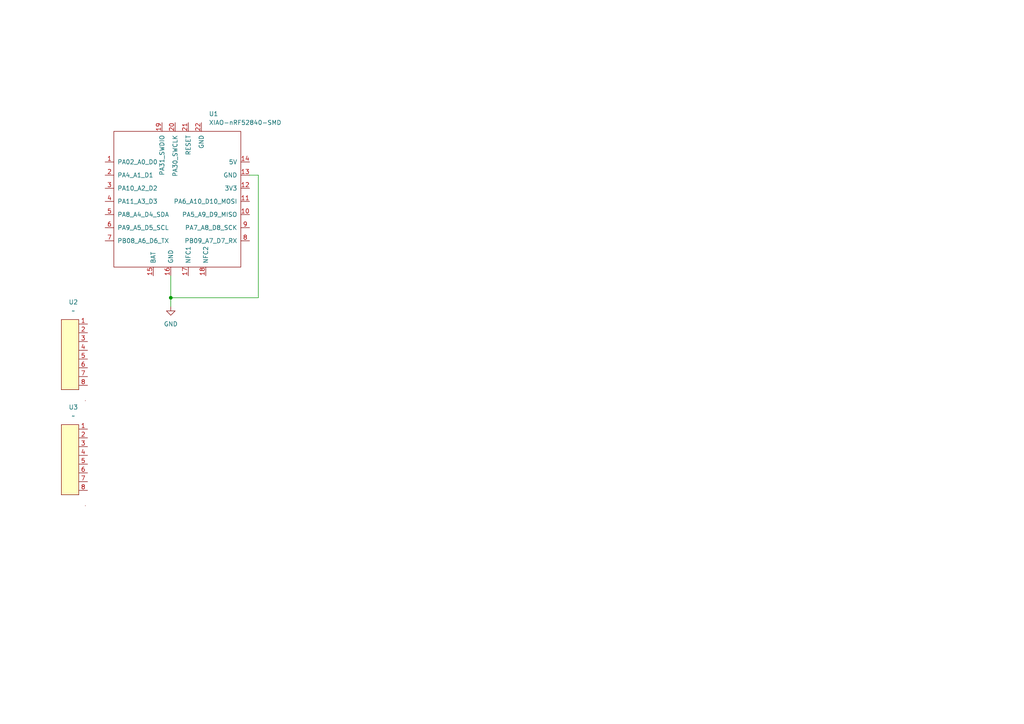
<source format=kicad_sch>
(kicad_sch (version 20250114) (generator "eeschema") (generator_version "9.0")
  (paper "A4")
  (lib_symbols
    (symbol "Connector:CLIP_Zin_8_Pin_299-008-299198"
      (property "Reference" "U" (at 25.654 7.874 0))
      (symbol "CLIP_Zin_8_Pin_299-008-299198_0_1"
        (rectangle (start -12.065 -13.335) (end -12.065 -13.335))
        (rectangle (start -12.065 -13.335) (end -12.065 -13.335))
      )
      (symbol "CLIP_Zin_8_Pin_299-008-299198_1_1"
        (rectangle (start -19.05 10.16) (end -13.97 -10.16) (fill (type background)))
        (pin bidirectional line (at -11.43 8.89 180) (length 2.54) (name "") (number "1"))
        (pin bidirectional line (at -11.43 6.35 180) (length 2.54) (name "") (number "2"))
        (pin bidirectional line (at -11.43 3.81 180) (length 2.54) (name "") (number "3"))
        (pin bidirectional line (at -11.43 1.27 180) (length 2.54) (name "") (number "4"))
        (pin bidirectional line (at -11.43 -1.27 180) (length 2.54) (name "") (number "5"))
        (pin bidirectional line (at -11.43 -3.81 180) (length 2.54) (name "") (number "6"))
        (pin bidirectional line (at -11.43 -6.35 180) (length 2.54) (name "") (number "7"))
        (pin bidirectional line (at -11.43 -8.89 180) (length 2.54) (name "") (number "8"))
      )
    )
    (symbol "power:GND" (power) (pin_numbers (hide yes)) (pin_names (offset 0) (hide yes))
      (property "Value" "GND" (at 0 -3.81 0))
      (symbol "GND_0_1"
        (polyline (pts (xy 0 0) (xy 0 -1.27) (xy 1.27 -1.27) (xy 0 -2.54) (xy -1.27 -1.27) (xy 0 -1.27)))
      )
      (symbol "GND_1_1"
        (pin power_in line (at 0 0 270) (length 0) (name "~") (number "1"))
      )
    )
    (symbol "seeed_xiao:XIAO-nRF52840-SMD" (pin_names (offset 1.016))
      (property "Reference" "U" (at -18.542 23.114 0))
      (property "Value" "XIAO-nRF52840-SMD" (at -8.636 21.336 0))
      (symbol "XIAO-nRF52840-SMD_0_1"
        (rectangle (start -19.05 20.32) (end 17.78 -19.05))
      )
      (symbol "XIAO-nRF52840-SMD_1_1"
        (pin passive line (at -21.59 11.43 0) (length 2.54) (name "PA02_A0_D0") (number "1"))
        (pin passive line (at -21.59 7.62 0) (length 2.54) (name "PA4_A1_D1") (number "2"))
        (pin passive line (at -21.59 3.81 0) (length 2.54) (name "PA10_A2_D2") (number "3"))
        (pin passive line (at -21.59 0 0) (length 2.54) (name "PA11_A3_D3") (number "4"))
        (pin passive line (at -21.59 -3.81 0) (length 2.54) (name "PA8_A4_D4_SDA") (number "5"))
        (pin passive line (at -21.59 -7.62 0) (length 2.54) (name "PA9_A5_D5_SCL") (number "6"))
        (pin passive line (at -21.59 -11.43 0) (length 2.54) (name "PB08_A6_D6_TX") (number "7"))
        (pin passive line (at -7.62 -21.59 90) (length 2.54) (name "BAT") (number "15"))
        (pin passive line (at -5.08 22.86 270) (length 2.54) (name "PA31_SWDIO") (number "19"))
        (pin passive line (at -2.54 -21.59 90) (length 2.54) (name "GND") (number "16"))
        (pin passive line (at -1.27 22.86 270) (length 2.54) (name "PA30_SWCLK") (number "20"))
        (pin passive line (at 2.54 22.86 270) (length 2.54) (name "RESET") (number "21"))
        (pin passive line (at 2.54 -21.59 90) (length 2.54) (name "NFC1") (number "17"))
        (pin passive line (at 6.35 22.86 270) (length 2.54) (name "GND") (number "22"))
        (pin passive line (at 7.62 -21.59 90) (length 2.54) (name "NFC2") (number "18"))
        (pin passive line (at 20.32 11.43 180) (length 2.54) (name "5V") (number "14"))
        (pin passive line (at 20.32 7.62 180) (length 2.54) (name "GND") (number "13"))
        (pin passive line (at 20.32 3.81 180) (length 2.54) (name "3V3") (number "12"))
        (pin passive line (at 20.32 0 180) (length 2.54) (name "PA6_A10_D10_MOSI") (number "11"))
        (pin passive line (at 20.32 -3.81 180) (length 2.54) (name "PA5_A9_D9_MISO") (number "10"))
        (pin passive line (at 20.32 -7.62 180) (length 2.54) (name "PA7_A8_D8_SCK") (number "9"))
        (pin passive line (at 20.32 -11.43 180) (length 2.54) (name "PB09_A7_D7_RX") (number "8"))
      )
    )
  )
  (junction (at 49.53 86.36))
  (wire (pts (xy 74.93 50.8) (xy 72.39 50.8)))
  (wire (pts (xy 49.53 80.01) (xy 49.53 86.36)))
  (wire (pts (xy 74.93 86.36) (xy 74.93 50.8)))
  (wire (pts (xy 49.53 86.36) (xy 74.93 86.36)))
  (wire (pts (xy 49.53 86.36) (xy 49.53 88.9)))
  (symbol (lib_id "Connector:CLIP_Zin_8_Pin_299-008-299198") (at 36.83 102.87 0) (unit 1)
    (property "Reference" "U2" (at 21.2725 87.63 0))
    (property "Value" "~" (at 21.2725 90.17 0))
    (property "Footprint" "Connector_ClipZin:299-008" (effects (hide yes)))
  )
  (symbol (lib_id "power:GND") (at 49.53 88.9 0) (unit 1)
    (property "Reference" "#PWR01" (effects (hide yes)))
    (property "Value" "GND" (at 49.53 93.98 0))
    (property "Description" "Power symbol creates a global label with name \"GND\" , ground" (effects (hide yes)))
  )
  (symbol (lib_id "seeed_xiao:XIAO-nRF52840-SMD") (at 52.07 58.42 0) (unit 1)
    (property "Reference" "U1" (at 60.5633 33.02 0) (effects (justify left)))
    (property "Value" "XIAO-nRF52840-SMD" (at 60.5633 35.56 0) (effects (justify left)))
  )
  (symbol (lib_id "Connector:CLIP_Zin_8_Pin_299-008-299198") (at 36.83 133.35 0) (unit 1)
    (property "Reference" "U3" (at 21.2725 118.11 0))
    (property "Value" "~" (at 21.2725 120.65 0))
    (property "Footprint" "Connector_ClipZin:299-008" (effects (hide yes)))
  )
)
</source>
